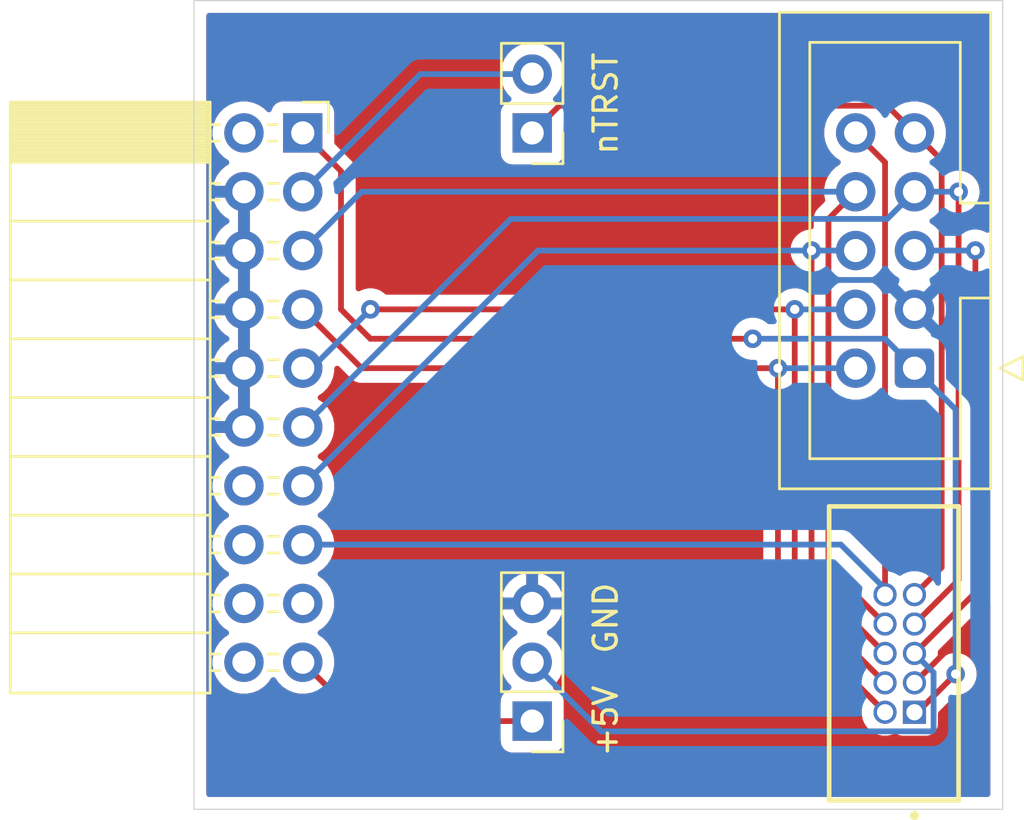
<source format=kicad_pcb>
(kicad_pcb (version 20171130) (host pcbnew "(5.1.9-0-10_14)")

  (general
    (thickness 1.6)
    (drawings 7)
    (tracks 77)
    (zones 0)
    (modules 5)
    (nets 19)
  )

  (page A4)
  (layers
    (0 F.Cu signal)
    (31 B.Cu signal)
    (32 B.Adhes user)
    (33 F.Adhes user)
    (34 B.Paste user)
    (35 F.Paste user)
    (36 B.SilkS user)
    (37 F.SilkS user)
    (38 B.Mask user)
    (39 F.Mask user)
    (40 Dwgs.User user)
    (41 Cmts.User user)
    (42 Eco1.User user)
    (43 Eco2.User user)
    (44 Edge.Cuts user)
    (45 Margin user)
    (46 B.CrtYd user)
    (47 F.CrtYd user)
    (48 B.Fab user)
    (49 F.Fab user)
  )

  (setup
    (last_trace_width 0.25)
    (user_trace_width 0.5)
    (trace_clearance 0.2)
    (zone_clearance 0.508)
    (zone_45_only no)
    (trace_min 0.2)
    (via_size 0.8)
    (via_drill 0.4)
    (via_min_size 0.4)
    (via_min_drill 0.3)
    (uvia_size 0.3)
    (uvia_drill 0.1)
    (uvias_allowed no)
    (uvia_min_size 0.2)
    (uvia_min_drill 0.1)
    (edge_width 0.05)
    (segment_width 0.2)
    (pcb_text_width 0.3)
    (pcb_text_size 1.5 1.5)
    (mod_edge_width 0.12)
    (mod_text_size 1 1)
    (mod_text_width 0.15)
    (pad_size 1.524 1.524)
    (pad_drill 0.762)
    (pad_to_mask_clearance 0)
    (aux_axis_origin 0 0)
    (visible_elements FFFFF77F)
    (pcbplotparams
      (layerselection 0x010fc_ffffffff)
      (usegerberextensions false)
      (usegerberattributes false)
      (usegerberadvancedattributes true)
      (creategerberjobfile true)
      (excludeedgelayer true)
      (linewidth 0.100000)
      (plotframeref false)
      (viasonmask false)
      (mode 1)
      (useauxorigin false)
      (hpglpennumber 1)
      (hpglpenspeed 20)
      (hpglpendiameter 15.000000)
      (psnegative false)
      (psa4output false)
      (plotreference true)
      (plotvalue true)
      (plotinvisibletext false)
      (padsonsilk false)
      (subtractmaskfromsilk false)
      (outputformat 1)
      (mirror false)
      (drillshape 0)
      (scaleselection 1)
      (outputdirectory "TLink"))
  )

  (net 0 "")
  (net 1 GND)
  (net 2 "Net-(J1-Pad15)")
  (net 3 "Net-(J1-Pad13)")
  (net 4 "Net-(J1-Pad11)")
  (net 5 "Net-(J1-Pad9)")
  (net 6 "Net-(J1-Pad7)")
  (net 7 "Net-(J1-Pad5)")
  (net 8 "Net-(J1-Pad3)")
  (net 9 "Net-(J1-Pad1)")
  (net 10 "Net-(J2-Pad9)")
  (net 11 "Net-(J2-Pad5)")
  (net 12 +5V)
  (net 13 "Net-(J1-Pad20)")
  (net 14 "Net-(J1-Pad18)")
  (net 15 "Net-(J1-Pad17)")
  (net 16 "Net-(J1-Pad16)")
  (net 17 "Net-(J1-Pad14)")
  (net 18 "Net-(J1-Pad2)")

  (net_class Default "This is the default net class."
    (clearance 0.2)
    (trace_width 0.25)
    (via_dia 0.8)
    (via_drill 0.4)
    (uvia_dia 0.3)
    (uvia_drill 0.1)
    (add_net +5V)
    (add_net GND)
    (add_net "Net-(J1-Pad1)")
    (add_net "Net-(J1-Pad11)")
    (add_net "Net-(J1-Pad13)")
    (add_net "Net-(J1-Pad14)")
    (add_net "Net-(J1-Pad15)")
    (add_net "Net-(J1-Pad16)")
    (add_net "Net-(J1-Pad17)")
    (add_net "Net-(J1-Pad18)")
    (add_net "Net-(J1-Pad2)")
    (add_net "Net-(J1-Pad20)")
    (add_net "Net-(J1-Pad3)")
    (add_net "Net-(J1-Pad5)")
    (add_net "Net-(J1-Pad7)")
    (add_net "Net-(J1-Pad9)")
    (add_net "Net-(J2-Pad5)")
    (add_net "Net-(J2-Pad9)")
  )

  (module SHF-105-01-L-D-TH:SHF-105-01-L-D-TH (layer F.Cu) (tedit 5FE68115) (tstamp 5FF77460)
    (at 88.9 70.739 90)
    (path /5F71F3C9)
    (fp_text reference J3 (at -1.905 -1.905 90) (layer F.SilkS) hide
      (effects (font (size 1 1) (thickness 0.015)))
    )
    (fp_text value Conn_02x05_Odd_Even (at 10.43 3.77 90) (layer F.Fab) hide
      (effects (font (size 1 1) (thickness 0.015)))
    )
    (fp_circle (center -4.46 0) (end -4.36 0) (layer F.Fab) (width 0.2))
    (fp_circle (center -4.46 0) (end -4.36 0) (layer F.SilkS) (width 0.2))
    (fp_line (start 9.14 2.155) (end -4.06 2.155) (layer F.CrtYd) (width 0.05))
    (fp_line (start 9.14 -3.935) (end 9.14 2.155) (layer F.CrtYd) (width 0.05))
    (fp_line (start -4.06 -3.935) (end 9.14 -3.935) (layer F.CrtYd) (width 0.05))
    (fp_line (start -4.06 2.155) (end -4.06 -3.935) (layer F.CrtYd) (width 0.05))
    (fp_line (start 8.89 1.905) (end -3.81 1.905) (layer F.SilkS) (width 0.2))
    (fp_line (start 8.89 -3.685) (end -3.81 -3.685) (layer F.SilkS) (width 0.2))
    (fp_line (start 8.89 -3.685) (end 8.89 1.905) (layer F.SilkS) (width 0.2))
    (fp_line (start -3.81 1.905) (end -3.81 -3.685) (layer F.SilkS) (width 0.2))
    (fp_line (start 8.89 -3.685) (end 8.89 1.905) (layer F.Fab) (width 0.1))
    (fp_line (start -3.81 -3.685) (end 8.89 -3.685) (layer F.Fab) (width 0.1))
    (fp_line (start -3.81 1.905) (end -3.81 -3.685) (layer F.Fab) (width 0.1))
    (fp_line (start 8.89 1.905) (end -3.81 1.905) (layer F.Fab) (width 0.1))
    (fp_line (start 8.89 -3.685) (end 8.89 1.905) (layer F.Fab) (width 0.1))
    (fp_line (start -3.81 -3.685) (end 8.89 -3.685) (layer F.Fab) (width 0.1))
    (fp_line (start -3.81 1.905) (end -3.81 -3.685) (layer F.Fab) (width 0.1))
    (pad 10 thru_hole circle (at 5.08 -1.27 90) (size 1 1) (drill 0.7) (layers *.Cu *.Mask)
      (net 2 "Net-(J1-Pad15)"))
    (pad 9 thru_hole circle (at 5.08 0 90) (size 1 1) (drill 0.7) (layers *.Cu *.Mask)
      (net 10 "Net-(J2-Pad9)"))
    (pad 8 thru_hole circle (at 3.81 -1.27 90) (size 1 1) (drill 0.7) (layers *.Cu *.Mask)
      (net 7 "Net-(J1-Pad5)"))
    (pad 7 thru_hole circle (at 3.81 0 90) (size 1 1) (drill 0.7) (layers *.Cu *.Mask)
      (net 4 "Net-(J1-Pad11)"))
    (pad 6 thru_hole circle (at 2.54 -1.27 90) (size 1 1) (drill 0.7) (layers *.Cu *.Mask)
      (net 3 "Net-(J1-Pad13)"))
    (pad 5 thru_hole circle (at 2.54 0 90) (size 1 1) (drill 0.7) (layers *.Cu *.Mask)
      (net 11 "Net-(J2-Pad5)"))
    (pad 4 thru_hole circle (at 1.27 -1.27 90) (size 1 1) (drill 0.7) (layers *.Cu *.Mask)
      (net 5 "Net-(J1-Pad9)"))
    (pad 3 thru_hole circle (at 1.27 0 90) (size 1 1) (drill 0.7) (layers *.Cu *.Mask)
      (net 1 GND))
    (pad 2 thru_hole circle (at 0 -1.27 90) (size 1 1) (drill 0.7) (layers *.Cu *.Mask)
      (net 6 "Net-(J1-Pad7)"))
    (pad 1 thru_hole rect (at 0 0 90) (size 1 1) (drill 0.7) (layers *.Cu *.Mask)
      (net 9 "Net-(J1-Pad1)"))
    (model ${KIPRJMOD}/SHF-105-01-L-D-TH.pretty/SHF-105-01-L-D-TH.step
      (offset (xyz 2.5 0.65 0))
      (scale (xyz 1 1 1))
      (rotate (xyz -90 0 0))
    )
  )

  (module Connector_PinSocket_2.54mm:PinSocket_2x10_P2.54mm_Horizontal (layer F.Cu) (tedit 5A19A430) (tstamp 5F703DED)
    (at 62.484 45.72)
    (descr "Through hole angled socket strip, 2x10, 2.54mm pitch, 8.51mm socket length, double cols (from Kicad 4.0.7), script generated")
    (tags "Through hole angled socket strip THT 2x10 2.54mm double row")
    (path /5F71B10B)
    (fp_text reference J1 (at -5.65 -2.77) (layer F.SilkS) hide
      (effects (font (size 1 1) (thickness 0.15)))
    )
    (fp_text value Conn_02x10_Odd_Even (at -5.65 25.63) (layer F.Fab) hide
      (effects (font (size 1 1) (thickness 0.15)))
    )
    (fp_line (start 1.8 24.65) (end 1.8 -1.75) (layer F.CrtYd) (width 0.05))
    (fp_line (start -13.05 24.65) (end 1.8 24.65) (layer F.CrtYd) (width 0.05))
    (fp_line (start -13.05 -1.75) (end -13.05 24.65) (layer F.CrtYd) (width 0.05))
    (fp_line (start 1.8 -1.75) (end -13.05 -1.75) (layer F.CrtYd) (width 0.05))
    (fp_line (start 0 -1.33) (end 1.11 -1.33) (layer F.SilkS) (width 0.12))
    (fp_line (start 1.11 -1.33) (end 1.11 0) (layer F.SilkS) (width 0.12))
    (fp_line (start -12.63 -1.33) (end -12.63 24.19) (layer F.SilkS) (width 0.12))
    (fp_line (start -12.63 24.19) (end -4 24.19) (layer F.SilkS) (width 0.12))
    (fp_line (start -4 -1.33) (end -4 24.19) (layer F.SilkS) (width 0.12))
    (fp_line (start -12.63 -1.33) (end -4 -1.33) (layer F.SilkS) (width 0.12))
    (fp_line (start -12.63 21.59) (end -4 21.59) (layer F.SilkS) (width 0.12))
    (fp_line (start -12.63 19.05) (end -4 19.05) (layer F.SilkS) (width 0.12))
    (fp_line (start -12.63 16.51) (end -4 16.51) (layer F.SilkS) (width 0.12))
    (fp_line (start -12.63 13.97) (end -4 13.97) (layer F.SilkS) (width 0.12))
    (fp_line (start -12.63 11.43) (end -4 11.43) (layer F.SilkS) (width 0.12))
    (fp_line (start -12.63 8.89) (end -4 8.89) (layer F.SilkS) (width 0.12))
    (fp_line (start -12.63 6.35) (end -4 6.35) (layer F.SilkS) (width 0.12))
    (fp_line (start -12.63 3.81) (end -4 3.81) (layer F.SilkS) (width 0.12))
    (fp_line (start -12.63 1.27) (end -4 1.27) (layer F.SilkS) (width 0.12))
    (fp_line (start -1.49 23.22) (end -1.05 23.22) (layer F.SilkS) (width 0.12))
    (fp_line (start -4 23.22) (end -3.59 23.22) (layer F.SilkS) (width 0.12))
    (fp_line (start -1.49 22.5) (end -1.05 22.5) (layer F.SilkS) (width 0.12))
    (fp_line (start -4 22.5) (end -3.59 22.5) (layer F.SilkS) (width 0.12))
    (fp_line (start -1.49 20.68) (end -1.05 20.68) (layer F.SilkS) (width 0.12))
    (fp_line (start -4 20.68) (end -3.59 20.68) (layer F.SilkS) (width 0.12))
    (fp_line (start -1.49 19.96) (end -1.05 19.96) (layer F.SilkS) (width 0.12))
    (fp_line (start -4 19.96) (end -3.59 19.96) (layer F.SilkS) (width 0.12))
    (fp_line (start -1.49 18.14) (end -1.05 18.14) (layer F.SilkS) (width 0.12))
    (fp_line (start -4 18.14) (end -3.59 18.14) (layer F.SilkS) (width 0.12))
    (fp_line (start -1.49 17.42) (end -1.05 17.42) (layer F.SilkS) (width 0.12))
    (fp_line (start -4 17.42) (end -3.59 17.42) (layer F.SilkS) (width 0.12))
    (fp_line (start -1.49 15.6) (end -1.05 15.6) (layer F.SilkS) (width 0.12))
    (fp_line (start -4 15.6) (end -3.59 15.6) (layer F.SilkS) (width 0.12))
    (fp_line (start -1.49 14.88) (end -1.05 14.88) (layer F.SilkS) (width 0.12))
    (fp_line (start -4 14.88) (end -3.59 14.88) (layer F.SilkS) (width 0.12))
    (fp_line (start -1.49 13.06) (end -1.05 13.06) (layer F.SilkS) (width 0.12))
    (fp_line (start -4 13.06) (end -3.59 13.06) (layer F.SilkS) (width 0.12))
    (fp_line (start -1.49 12.34) (end -1.05 12.34) (layer F.SilkS) (width 0.12))
    (fp_line (start -4 12.34) (end -3.59 12.34) (layer F.SilkS) (width 0.12))
    (fp_line (start -1.49 10.52) (end -1.05 10.52) (layer F.SilkS) (width 0.12))
    (fp_line (start -4 10.52) (end -3.59 10.52) (layer F.SilkS) (width 0.12))
    (fp_line (start -1.49 9.8) (end -1.05 9.8) (layer F.SilkS) (width 0.12))
    (fp_line (start -4 9.8) (end -3.59 9.8) (layer F.SilkS) (width 0.12))
    (fp_line (start -1.49 7.98) (end -1.05 7.98) (layer F.SilkS) (width 0.12))
    (fp_line (start -4 7.98) (end -3.59 7.98) (layer F.SilkS) (width 0.12))
    (fp_line (start -1.49 7.26) (end -1.05 7.26) (layer F.SilkS) (width 0.12))
    (fp_line (start -4 7.26) (end -3.59 7.26) (layer F.SilkS) (width 0.12))
    (fp_line (start -1.49 5.44) (end -1.05 5.44) (layer F.SilkS) (width 0.12))
    (fp_line (start -4 5.44) (end -3.59 5.44) (layer F.SilkS) (width 0.12))
    (fp_line (start -1.49 4.72) (end -1.05 4.72) (layer F.SilkS) (width 0.12))
    (fp_line (start -4 4.72) (end -3.59 4.72) (layer F.SilkS) (width 0.12))
    (fp_line (start -1.49 2.9) (end -1.05 2.9) (layer F.SilkS) (width 0.12))
    (fp_line (start -4 2.9) (end -3.59 2.9) (layer F.SilkS) (width 0.12))
    (fp_line (start -1.49 2.18) (end -1.05 2.18) (layer F.SilkS) (width 0.12))
    (fp_line (start -4 2.18) (end -3.59 2.18) (layer F.SilkS) (width 0.12))
    (fp_line (start -1.49 0.36) (end -1.11 0.36) (layer F.SilkS) (width 0.12))
    (fp_line (start -4 0.36) (end -3.59 0.36) (layer F.SilkS) (width 0.12))
    (fp_line (start -1.49 -0.36) (end -1.11 -0.36) (layer F.SilkS) (width 0.12))
    (fp_line (start -4 -0.36) (end -3.59 -0.36) (layer F.SilkS) (width 0.12))
    (fp_line (start -12.63 1.1519) (end -4 1.1519) (layer F.SilkS) (width 0.12))
    (fp_line (start -12.63 1.033805) (end -4 1.033805) (layer F.SilkS) (width 0.12))
    (fp_line (start -12.63 0.91571) (end -4 0.91571) (layer F.SilkS) (width 0.12))
    (fp_line (start -12.63 0.797615) (end -4 0.797615) (layer F.SilkS) (width 0.12))
    (fp_line (start -12.63 0.67952) (end -4 0.67952) (layer F.SilkS) (width 0.12))
    (fp_line (start -12.63 0.561425) (end -4 0.561425) (layer F.SilkS) (width 0.12))
    (fp_line (start -12.63 0.44333) (end -4 0.44333) (layer F.SilkS) (width 0.12))
    (fp_line (start -12.63 0.325235) (end -4 0.325235) (layer F.SilkS) (width 0.12))
    (fp_line (start -12.63 0.20714) (end -4 0.20714) (layer F.SilkS) (width 0.12))
    (fp_line (start -12.63 0.089045) (end -4 0.089045) (layer F.SilkS) (width 0.12))
    (fp_line (start -12.63 -0.02905) (end -4 -0.02905) (layer F.SilkS) (width 0.12))
    (fp_line (start -12.63 -0.147145) (end -4 -0.147145) (layer F.SilkS) (width 0.12))
    (fp_line (start -12.63 -0.26524) (end -4 -0.26524) (layer F.SilkS) (width 0.12))
    (fp_line (start -12.63 -0.383335) (end -4 -0.383335) (layer F.SilkS) (width 0.12))
    (fp_line (start -12.63 -0.50143) (end -4 -0.50143) (layer F.SilkS) (width 0.12))
    (fp_line (start -12.63 -0.619525) (end -4 -0.619525) (layer F.SilkS) (width 0.12))
    (fp_line (start -12.63 -0.73762) (end -4 -0.73762) (layer F.SilkS) (width 0.12))
    (fp_line (start -12.63 -0.855715) (end -4 -0.855715) (layer F.SilkS) (width 0.12))
    (fp_line (start -12.63 -0.97381) (end -4 -0.97381) (layer F.SilkS) (width 0.12))
    (fp_line (start -12.63 -1.091905) (end -4 -1.091905) (layer F.SilkS) (width 0.12))
    (fp_line (start -12.63 -1.21) (end -4 -1.21) (layer F.SilkS) (width 0.12))
    (fp_line (start 0 23.16) (end 0 22.56) (layer F.Fab) (width 0.1))
    (fp_line (start -4.06 23.16) (end 0 23.16) (layer F.Fab) (width 0.1))
    (fp_line (start 0 22.56) (end -4.06 22.56) (layer F.Fab) (width 0.1))
    (fp_line (start 0 20.62) (end 0 20.02) (layer F.Fab) (width 0.1))
    (fp_line (start -4.06 20.62) (end 0 20.62) (layer F.Fab) (width 0.1))
    (fp_line (start 0 20.02) (end -4.06 20.02) (layer F.Fab) (width 0.1))
    (fp_line (start 0 18.08) (end 0 17.48) (layer F.Fab) (width 0.1))
    (fp_line (start -4.06 18.08) (end 0 18.08) (layer F.Fab) (width 0.1))
    (fp_line (start 0 17.48) (end -4.06 17.48) (layer F.Fab) (width 0.1))
    (fp_line (start 0 15.54) (end 0 14.94) (layer F.Fab) (width 0.1))
    (fp_line (start -4.06 15.54) (end 0 15.54) (layer F.Fab) (width 0.1))
    (fp_line (start 0 14.94) (end -4.06 14.94) (layer F.Fab) (width 0.1))
    (fp_line (start 0 13) (end 0 12.4) (layer F.Fab) (width 0.1))
    (fp_line (start -4.06 13) (end 0 13) (layer F.Fab) (width 0.1))
    (fp_line (start 0 12.4) (end -4.06 12.4) (layer F.Fab) (width 0.1))
    (fp_line (start 0 10.46) (end 0 9.86) (layer F.Fab) (width 0.1))
    (fp_line (start -4.06 10.46) (end 0 10.46) (layer F.Fab) (width 0.1))
    (fp_line (start 0 9.86) (end -4.06 9.86) (layer F.Fab) (width 0.1))
    (fp_line (start 0 7.92) (end 0 7.32) (layer F.Fab) (width 0.1))
    (fp_line (start -4.06 7.92) (end 0 7.92) (layer F.Fab) (width 0.1))
    (fp_line (start 0 7.32) (end -4.06 7.32) (layer F.Fab) (width 0.1))
    (fp_line (start 0 5.38) (end 0 4.78) (layer F.Fab) (width 0.1))
    (fp_line (start -4.06 5.38) (end 0 5.38) (layer F.Fab) (width 0.1))
    (fp_line (start 0 4.78) (end -4.06 4.78) (layer F.Fab) (width 0.1))
    (fp_line (start 0 2.84) (end 0 2.24) (layer F.Fab) (width 0.1))
    (fp_line (start -4.06 2.84) (end 0 2.84) (layer F.Fab) (width 0.1))
    (fp_line (start 0 2.24) (end -4.06 2.24) (layer F.Fab) (width 0.1))
    (fp_line (start 0 0.3) (end 0 -0.3) (layer F.Fab) (width 0.1))
    (fp_line (start -4.06 0.3) (end 0 0.3) (layer F.Fab) (width 0.1))
    (fp_line (start 0 -0.3) (end -4.06 -0.3) (layer F.Fab) (width 0.1))
    (fp_line (start -12.57 24.13) (end -12.57 -1.27) (layer F.Fab) (width 0.1))
    (fp_line (start -4.06 24.13) (end -12.57 24.13) (layer F.Fab) (width 0.1))
    (fp_line (start -4.06 -0.3) (end -4.06 24.13) (layer F.Fab) (width 0.1))
    (fp_line (start -5.03 -1.27) (end -4.06 -0.3) (layer F.Fab) (width 0.1))
    (fp_line (start -12.57 -1.27) (end -5.03 -1.27) (layer F.Fab) (width 0.1))
    (fp_text user %R (at -8.315 11.43 90) (layer F.Fab) hide
      (effects (font (size 1 1) (thickness 0.15)))
    )
    (pad 20 thru_hole oval (at -2.54 22.86) (size 1.7 1.7) (drill 1) (layers *.Cu *.Mask)
      (net 13 "Net-(J1-Pad20)"))
    (pad 19 thru_hole oval (at 0 22.86) (size 1.7 1.7) (drill 1) (layers *.Cu *.Mask)
      (net 12 +5V))
    (pad 18 thru_hole oval (at -2.54 20.32) (size 1.7 1.7) (drill 1) (layers *.Cu *.Mask)
      (net 14 "Net-(J1-Pad18)"))
    (pad 17 thru_hole oval (at 0 20.32) (size 1.7 1.7) (drill 1) (layers *.Cu *.Mask)
      (net 15 "Net-(J1-Pad17)"))
    (pad 16 thru_hole oval (at -2.54 17.78) (size 1.7 1.7) (drill 1) (layers *.Cu *.Mask)
      (net 16 "Net-(J1-Pad16)"))
    (pad 15 thru_hole oval (at 0 17.78) (size 1.7 1.7) (drill 1) (layers *.Cu *.Mask)
      (net 2 "Net-(J1-Pad15)"))
    (pad 14 thru_hole oval (at -2.54 15.24) (size 1.7 1.7) (drill 1) (layers *.Cu *.Mask)
      (net 17 "Net-(J1-Pad14)"))
    (pad 13 thru_hole oval (at 0 15.24) (size 1.7 1.7) (drill 1) (layers *.Cu *.Mask)
      (net 3 "Net-(J1-Pad13)"))
    (pad 12 thru_hole oval (at -2.54 12.7) (size 1.7 1.7) (drill 1) (layers *.Cu *.Mask)
      (net 1 GND))
    (pad 11 thru_hole oval (at 0 12.7) (size 1.7 1.7) (drill 1) (layers *.Cu *.Mask)
      (net 4 "Net-(J1-Pad11)"))
    (pad 10 thru_hole oval (at -2.54 10.16) (size 1.7 1.7) (drill 1) (layers *.Cu *.Mask)
      (net 1 GND))
    (pad 9 thru_hole oval (at 0 10.16) (size 1.7 1.7) (drill 1) (layers *.Cu *.Mask)
      (net 5 "Net-(J1-Pad9)"))
    (pad 8 thru_hole oval (at -2.54 7.62) (size 1.7 1.7) (drill 1) (layers *.Cu *.Mask)
      (net 1 GND))
    (pad 7 thru_hole oval (at 0 7.62) (size 1.7 1.7) (drill 1) (layers *.Cu *.Mask)
      (net 6 "Net-(J1-Pad7)"))
    (pad 6 thru_hole oval (at -2.54 5.08) (size 1.7 1.7) (drill 1) (layers *.Cu *.Mask)
      (net 1 GND))
    (pad 5 thru_hole oval (at 0 5.08) (size 1.7 1.7) (drill 1) (layers *.Cu *.Mask)
      (net 7 "Net-(J1-Pad5)"))
    (pad 4 thru_hole oval (at -2.54 2.54) (size 1.7 1.7) (drill 1) (layers *.Cu *.Mask)
      (net 1 GND))
    (pad 3 thru_hole oval (at 0 2.54) (size 1.7 1.7) (drill 1) (layers *.Cu *.Mask)
      (net 8 "Net-(J1-Pad3)"))
    (pad 2 thru_hole oval (at -2.54 0) (size 1.7 1.7) (drill 1) (layers *.Cu *.Mask)
      (net 18 "Net-(J1-Pad2)"))
    (pad 1 thru_hole rect (at 0 0) (size 1.7 1.7) (drill 1) (layers *.Cu *.Mask)
      (net 9 "Net-(J1-Pad1)"))
    (model ${KISYS3DMOD}/Connector_PinSocket_2.54mm.3dshapes/PinSocket_2x10_P2.54mm_Horizontal.wrl
      (at (xyz 0 0 0))
      (scale (xyz 1 1 1))
      (rotate (xyz 0 0 0))
    )
  )

  (module Connector_PinHeader_2.54mm:PinHeader_1x03_P2.54mm_Vertical (layer F.Cu) (tedit 59FED5CC) (tstamp 5F7110A9)
    (at 72.39 71.12 180)
    (descr "Through hole straight pin header, 1x03, 2.54mm pitch, single row")
    (tags "Through hole pin header THT 1x03 2.54mm single row")
    (path /5F75F054)
    (fp_text reference J4 (at 0 -2.33) (layer F.SilkS) hide
      (effects (font (size 1 1) (thickness 0.15)))
    )
    (fp_text value Conn_01x03 (at 0 7.41) (layer F.Fab) hide
      (effects (font (size 1 1) (thickness 0.15)))
    )
    (fp_line (start 1.8 -1.8) (end -1.8 -1.8) (layer F.CrtYd) (width 0.05))
    (fp_line (start 1.8 6.85) (end 1.8 -1.8) (layer F.CrtYd) (width 0.05))
    (fp_line (start -1.8 6.85) (end 1.8 6.85) (layer F.CrtYd) (width 0.05))
    (fp_line (start -1.8 -1.8) (end -1.8 6.85) (layer F.CrtYd) (width 0.05))
    (fp_line (start -1.33 -1.33) (end 0 -1.33) (layer F.SilkS) (width 0.12))
    (fp_line (start -1.33 0) (end -1.33 -1.33) (layer F.SilkS) (width 0.12))
    (fp_line (start -1.33 1.27) (end 1.33 1.27) (layer F.SilkS) (width 0.12))
    (fp_line (start 1.33 1.27) (end 1.33 6.41) (layer F.SilkS) (width 0.12))
    (fp_line (start -1.33 1.27) (end -1.33 6.41) (layer F.SilkS) (width 0.12))
    (fp_line (start -1.33 6.41) (end 1.33 6.41) (layer F.SilkS) (width 0.12))
    (fp_line (start -1.27 -0.635) (end -0.635 -1.27) (layer F.Fab) (width 0.1))
    (fp_line (start -1.27 6.35) (end -1.27 -0.635) (layer F.Fab) (width 0.1))
    (fp_line (start 1.27 6.35) (end -1.27 6.35) (layer F.Fab) (width 0.1))
    (fp_line (start 1.27 -1.27) (end 1.27 6.35) (layer F.Fab) (width 0.1))
    (fp_line (start -0.635 -1.27) (end 1.27 -1.27) (layer F.Fab) (width 0.1))
    (pad 1 thru_hole rect (at 0 0 180) (size 1.7 1.7) (drill 1) (layers *.Cu *.Mask)
      (net 12 +5V))
    (pad 2 thru_hole oval (at 0 2.54 180) (size 1.7 1.7) (drill 1) (layers *.Cu *.Mask)
      (net 11 "Net-(J2-Pad5)"))
    (pad 3 thru_hole oval (at 0 5.08 180) (size 1.7 1.7) (drill 1) (layers *.Cu *.Mask)
      (net 1 GND))
    (model ${KISYS3DMOD}/Connector_PinHeader_2.54mm.3dshapes/PinHeader_1x03_P2.54mm_Vertical.wrl
      (at (xyz 0 0 0))
      (scale (xyz 1 1 1))
      (rotate (xyz 0 0 0))
    )
  )

  (module Connector_PinHeader_2.54mm:PinHeader_1x02_P2.54mm_Vertical (layer F.Cu) (tedit 59FED5CC) (tstamp 601EF013)
    (at 72.39 45.72 180)
    (descr "Through hole straight pin header, 1x02, 2.54mm pitch, single row")
    (tags "Through hole pin header THT 1x02 2.54mm single row")
    (path /5F721648)
    (fp_text reference J5 (at 0 -2.33) (layer F.SilkS) hide
      (effects (font (size 1 1) (thickness 0.15)))
    )
    (fp_text value Conn_01x02 (at 0 4.87) (layer F.Fab) hide
      (effects (font (size 1 1) (thickness 0.15)))
    )
    (fp_line (start 1.8 -1.8) (end -1.8 -1.8) (layer F.CrtYd) (width 0.05))
    (fp_line (start 1.8 4.35) (end 1.8 -1.8) (layer F.CrtYd) (width 0.05))
    (fp_line (start -1.8 4.35) (end 1.8 4.35) (layer F.CrtYd) (width 0.05))
    (fp_line (start -1.8 -1.8) (end -1.8 4.35) (layer F.CrtYd) (width 0.05))
    (fp_line (start -1.33 -1.33) (end 0 -1.33) (layer F.SilkS) (width 0.12))
    (fp_line (start -1.33 0) (end -1.33 -1.33) (layer F.SilkS) (width 0.12))
    (fp_line (start -1.33 1.27) (end 1.33 1.27) (layer F.SilkS) (width 0.12))
    (fp_line (start 1.33 1.27) (end 1.33 3.87) (layer F.SilkS) (width 0.12))
    (fp_line (start -1.33 1.27) (end -1.33 3.87) (layer F.SilkS) (width 0.12))
    (fp_line (start -1.33 3.87) (end 1.33 3.87) (layer F.SilkS) (width 0.12))
    (fp_line (start -1.27 -0.635) (end -0.635 -1.27) (layer F.Fab) (width 0.1))
    (fp_line (start -1.27 3.81) (end -1.27 -0.635) (layer F.Fab) (width 0.1))
    (fp_line (start 1.27 3.81) (end -1.27 3.81) (layer F.Fab) (width 0.1))
    (fp_line (start 1.27 -1.27) (end 1.27 3.81) (layer F.Fab) (width 0.1))
    (fp_line (start -0.635 -1.27) (end 1.27 -1.27) (layer F.Fab) (width 0.1))
    (pad 1 thru_hole rect (at 0 0 180) (size 1.7 1.7) (drill 1) (layers *.Cu *.Mask)
      (net 10 "Net-(J2-Pad9)"))
    (pad 2 thru_hole oval (at 0 2.54 180) (size 1.7 1.7) (drill 1) (layers *.Cu *.Mask)
      (net 8 "Net-(J1-Pad3)"))
    (model ${KISYS3DMOD}/Connector_PinHeader_2.54mm.3dshapes/PinHeader_1x02_P2.54mm_Vertical.wrl
      (at (xyz 0 0 0))
      (scale (xyz 1 1 1))
      (rotate (xyz 0 0 0))
    )
  )

  (module Connector_IDC:IDC-Header_2x05_P2.54mm_Vertical (layer F.Cu) (tedit 5EAC9A07) (tstamp 5FE6CAEF)
    (at 88.9 55.88 180)
    (descr "Through hole IDC box header, 2x05, 2.54mm pitch, DIN 41651 / IEC 60603-13, double rows, https://docs.google.com/spreadsheets/d/16SsEcesNF15N3Lb4niX7dcUr-NY5_MFPQhobNuNppn4/edit#gid=0")
    (tags "Through hole vertical IDC box header THT 2x05 2.54mm double row")
    (path /5F71D938)
    (fp_text reference J2 (at 1.27 -6.1) (layer F.SilkS) hide
      (effects (font (size 1 1) (thickness 0.15)))
    )
    (fp_text value Conn_02x05_Odd_Even (at 1.27 16.26) (layer F.Fab) hide
      (effects (font (size 1 1) (thickness 0.15)))
    )
    (fp_line (start -3.18 -4.1) (end -2.18 -5.1) (layer F.Fab) (width 0.1))
    (fp_line (start -2.18 -5.1) (end 5.72 -5.1) (layer F.Fab) (width 0.1))
    (fp_line (start 5.72 -5.1) (end 5.72 15.26) (layer F.Fab) (width 0.1))
    (fp_line (start 5.72 15.26) (end -3.18 15.26) (layer F.Fab) (width 0.1))
    (fp_line (start -3.18 15.26) (end -3.18 -4.1) (layer F.Fab) (width 0.1))
    (fp_line (start -3.18 3.03) (end -1.98 3.03) (layer F.Fab) (width 0.1))
    (fp_line (start -1.98 3.03) (end -1.98 -3.91) (layer F.Fab) (width 0.1))
    (fp_line (start -1.98 -3.91) (end 4.52 -3.91) (layer F.Fab) (width 0.1))
    (fp_line (start 4.52 -3.91) (end 4.52 14.07) (layer F.Fab) (width 0.1))
    (fp_line (start 4.52 14.07) (end -1.98 14.07) (layer F.Fab) (width 0.1))
    (fp_line (start -1.98 14.07) (end -1.98 7.13) (layer F.Fab) (width 0.1))
    (fp_line (start -1.98 7.13) (end -1.98 7.13) (layer F.Fab) (width 0.1))
    (fp_line (start -1.98 7.13) (end -3.18 7.13) (layer F.Fab) (width 0.1))
    (fp_line (start -3.29 -5.21) (end 5.83 -5.21) (layer F.SilkS) (width 0.12))
    (fp_line (start 5.83 -5.21) (end 5.83 15.37) (layer F.SilkS) (width 0.12))
    (fp_line (start 5.83 15.37) (end -3.29 15.37) (layer F.SilkS) (width 0.12))
    (fp_line (start -3.29 15.37) (end -3.29 -5.21) (layer F.SilkS) (width 0.12))
    (fp_line (start -3.29 3.03) (end -1.98 3.03) (layer F.SilkS) (width 0.12))
    (fp_line (start -1.98 3.03) (end -1.98 -3.91) (layer F.SilkS) (width 0.12))
    (fp_line (start -1.98 -3.91) (end 4.52 -3.91) (layer F.SilkS) (width 0.12))
    (fp_line (start 4.52 -3.91) (end 4.52 14.07) (layer F.SilkS) (width 0.12))
    (fp_line (start 4.52 14.07) (end -1.98 14.07) (layer F.SilkS) (width 0.12))
    (fp_line (start -1.98 14.07) (end -1.98 7.13) (layer F.SilkS) (width 0.12))
    (fp_line (start -1.98 7.13) (end -1.98 7.13) (layer F.SilkS) (width 0.12))
    (fp_line (start -1.98 7.13) (end -3.29 7.13) (layer F.SilkS) (width 0.12))
    (fp_line (start -3.68 0) (end -4.68 -0.5) (layer F.SilkS) (width 0.12))
    (fp_line (start -4.68 -0.5) (end -4.68 0.5) (layer F.SilkS) (width 0.12))
    (fp_line (start -4.68 0.5) (end -3.68 0) (layer F.SilkS) (width 0.12))
    (fp_line (start -3.68 -5.6) (end -3.68 15.76) (layer F.CrtYd) (width 0.05))
    (fp_line (start -3.68 15.76) (end 6.22 15.76) (layer F.CrtYd) (width 0.05))
    (fp_line (start 6.22 15.76) (end 6.22 -5.6) (layer F.CrtYd) (width 0.05))
    (fp_line (start 6.22 -5.6) (end -3.68 -5.6) (layer F.CrtYd) (width 0.05))
    (pad 10 thru_hole circle (at 2.54 10.16 180) (size 1.7 1.7) (drill 1) (layers *.Cu *.Mask)
      (net 2 "Net-(J1-Pad15)"))
    (pad 8 thru_hole circle (at 2.54 7.62 180) (size 1.7 1.7) (drill 1) (layers *.Cu *.Mask)
      (net 7 "Net-(J1-Pad5)"))
    (pad 6 thru_hole circle (at 2.54 5.08 180) (size 1.7 1.7) (drill 1) (layers *.Cu *.Mask)
      (net 3 "Net-(J1-Pad13)"))
    (pad 4 thru_hole circle (at 2.54 2.54 180) (size 1.7 1.7) (drill 1) (layers *.Cu *.Mask)
      (net 5 "Net-(J1-Pad9)"))
    (pad 2 thru_hole circle (at 2.54 0 180) (size 1.7 1.7) (drill 1) (layers *.Cu *.Mask)
      (net 6 "Net-(J1-Pad7)"))
    (pad 9 thru_hole circle (at 0 10.16 180) (size 1.7 1.7) (drill 1) (layers *.Cu *.Mask)
      (net 10 "Net-(J2-Pad9)"))
    (pad 7 thru_hole circle (at 0 7.62 180) (size 1.7 1.7) (drill 1) (layers *.Cu *.Mask)
      (net 4 "Net-(J1-Pad11)"))
    (pad 5 thru_hole circle (at 0 5.08 180) (size 1.7 1.7) (drill 1) (layers *.Cu *.Mask)
      (net 11 "Net-(J2-Pad5)"))
    (pad 3 thru_hole circle (at 0 2.54 180) (size 1.7 1.7) (drill 1) (layers *.Cu *.Mask)
      (net 1 GND))
    (pad 1 thru_hole roundrect (at 0 0 180) (size 1.7 1.7) (drill 1) (layers *.Cu *.Mask) (roundrect_rratio 0.1470588235294118)
      (net 9 "Net-(J1-Pad1)"))
    (model ${KISYS3DMOD}/Connector_IDC.3dshapes/IDC-Header_2x05_P2.54mm_Vertical.wrl
      (at (xyz 0 0 0))
      (scale (xyz 1 1 1))
      (rotate (xyz 0 0 0))
    )
  )

  (gr_text GND (at 75.565 66.675 90) (layer F.SilkS) (tstamp 601EEEA4)
    (effects (font (size 1 1) (thickness 0.15)))
  )
  (gr_line (start 92.71 74.93) (end 92.71 40.005) (layer Edge.Cuts) (width 0.05) (tstamp 5FE6D056))
  (gr_line (start 57.785 74.93) (end 92.71 74.93) (layer Edge.Cuts) (width 0.05))
  (gr_line (start 57.785 40.005) (end 57.785 74.93) (layer Edge.Cuts) (width 0.05))
  (gr_line (start 92.71 40.005) (end 57.785 40.005) (layer Edge.Cuts) (width 0.05))
  (gr_text nTRST (at 75.565 44.45 90) (layer F.SilkS) (tstamp 5FE6D14D)
    (effects (font (size 1 1) (thickness 0.15)))
  )
  (gr_text +5V (at 75.565 71.12 90) (layer F.SilkS)
    (effects (font (size 1 1) (thickness 0.15)))
  )

  (segment (start 88.9 53.34) (end 87.63 52.07) (width 0.25) (layer B.Cu) (net 1))
  (segment (start 87.63 52.07) (end 84.455 52.07) (width 0.25) (layer B.Cu) (net 1))
  (segment (start 88.9 69.469) (end 90.551 67.818) (width 0.25) (layer F.Cu) (net 1))
  (segment (start 85.725 63.5) (end 87.63 65.405) (width 0.25) (layer B.Cu) (net 2))
  (segment (start 62.484 63.5) (end 85.725 63.5) (width 0.25) (layer B.Cu) (net 2))
  (segment (start 87.63 65.659) (end 87.63 46.99) (width 0.25) (layer F.Cu) (net 2))
  (segment (start 87.63 46.99) (end 86.36 45.72) (width 0.25) (layer F.Cu) (net 2))
  (via (at 84.455 50.8) (size 0.8) (drill 0.4) (layers F.Cu B.Cu) (net 3))
  (segment (start 84.455 50.8) (end 86.36 50.8) (width 0.25) (layer B.Cu) (net 3))
  (segment (start 72.644 50.8) (end 62.484 60.96) (width 0.25) (layer B.Cu) (net 3))
  (segment (start 84.455 50.8) (end 72.644 50.8) (width 0.25) (layer B.Cu) (net 3))
  (segment (start 84.455 65.024) (end 84.455 50.8) (width 0.25) (layer F.Cu) (net 3))
  (segment (start 87.63 68.199) (end 84.455 65.024) (width 0.25) (layer F.Cu) (net 3))
  (via (at 90.805 48.26) (size 0.8) (drill 0.4) (layers F.Cu B.Cu) (net 4))
  (segment (start 90.805 48.26) (end 88.9 48.26) (width 0.25) (layer B.Cu) (net 4))
  (segment (start 71.468999 49.435001) (end 62.484 58.42) (width 0.25) (layer B.Cu) (net 4))
  (segment (start 87.724999 49.435001) (end 71.468999 49.435001) (width 0.25) (layer B.Cu) (net 4))
  (segment (start 88.9 48.26) (end 87.724999 49.435001) (width 0.25) (layer B.Cu) (net 4))
  (segment (start 90.805 65.024) (end 90.805 48.26) (width 0.25) (layer F.Cu) (net 4))
  (segment (start 88.9 66.929) (end 90.805 65.024) (width 0.25) (layer F.Cu) (net 4))
  (via (at 83.73 53.34) (size 0.8) (drill 0.4) (layers F.Cu B.Cu) (net 5))
  (segment (start 83.73 53.34) (end 86.36 53.34) (width 0.25) (layer B.Cu) (net 5))
  (segment (start 62.484 55.626) (end 62.484 55.88) (width 0.25) (layer B.Cu) (net 5))
  (via (at 65.405 53.34) (size 0.8) (drill 0.4) (layers F.Cu B.Cu) (net 5))
  (segment (start 65.405 53.34) (end 83.73 53.34) (width 0.25) (layer F.Cu) (net 5))
  (segment (start 62.865 55.88) (end 62.484 55.88) (width 0.25) (layer B.Cu) (net 5))
  (segment (start 65.405 53.34) (end 62.865 55.88) (width 0.25) (layer B.Cu) (net 5))
  (segment (start 83.73 65.569) (end 83.73 53.34) (width 0.25) (layer F.Cu) (net 5))
  (segment (start 87.63 69.469) (end 83.73 65.569) (width 0.25) (layer F.Cu) (net 5))
  (segment (start 61.722 53.467) (end 61.722 53.34) (width 0.25) (layer B.Cu) (net 6))
  (segment (start 62.865 53.34) (end 62.484 53.34) (width 0.25) (layer B.Cu) (net 6))
  (via (at 83.005 55.88) (size 0.8) (drill 0.4) (layers F.Cu B.Cu) (net 6))
  (segment (start 83.005 55.88) (end 86.36 55.88) (width 0.25) (layer B.Cu) (net 6))
  (segment (start 65.024 55.88) (end 62.484 53.34) (width 0.25) (layer F.Cu) (net 6))
  (segment (start 83.005 55.88) (end 65.024 55.88) (width 0.25) (layer F.Cu) (net 6))
  (segment (start 83.005 66.114) (end 83.005 55.88) (width 0.25) (layer F.Cu) (net 6))
  (segment (start 87.63 70.739) (end 83.005 66.114) (width 0.25) (layer F.Cu) (net 6))
  (segment (start 65.024 48.26) (end 62.484 50.8) (width 0.25) (layer B.Cu) (net 7))
  (segment (start 86.36 48.26) (end 65.024 48.26) (width 0.25) (layer B.Cu) (net 7))
  (segment (start 85.184999 64.483999) (end 85.184999 49.435001) (width 0.25) (layer F.Cu) (net 7))
  (segment (start 87.63 66.929) (end 85.184999 64.483999) (width 0.25) (layer F.Cu) (net 7))
  (segment (start 85.184999 49.435001) (end 86.36 48.26) (width 0.25) (layer F.Cu) (net 7))
  (segment (start 72.39 43.18) (end 67.564 43.18) (width 0.25) (layer B.Cu) (net 8))
  (segment (start 67.564 43.18) (end 62.484 48.26) (width 0.25) (layer B.Cu) (net 8))
  (via (at 81.915 54.61) (size 0.8) (drill 0.4) (layers F.Cu B.Cu) (net 9))
  (segment (start 88.9 55.88) (end 87.63 54.61) (width 0.25) (layer B.Cu) (net 9))
  (segment (start 62.484 45.72) (end 64.135 47.371) (width 0.25) (layer F.Cu) (net 9))
  (segment (start 64.135 47.371) (end 64.135 53.34) (width 0.25) (layer F.Cu) (net 9))
  (segment (start 64.135 53.34) (end 65.405 54.61) (width 0.25) (layer F.Cu) (net 9))
  (segment (start 81.915 54.61) (end 87.63 54.61) (width 0.25) (layer B.Cu) (net 9))
  (segment (start 81.915 54.61) (end 65.405 54.61) (width 0.25) (layer F.Cu) (net 9))
  (segment (start 88.9 70.485) (end 89.180001 70.485) (width 0.25) (layer F.Cu) (net 9))
  (segment (start 88.9 70.739) (end 88.926 70.739) (width 0.25) (layer F.Cu) (net 9))
  (via (at 90.678 69.088) (size 0.8) (drill 0.4) (layers F.Cu B.Cu) (net 9))
  (segment (start 90.678 68.961) (end 90.678 68.834) (width 0.25) (layer F.Cu) (net 9))
  (segment (start 89.027 70.739) (end 90.678 69.088) (width 0.25) (layer F.Cu) (net 9))
  (segment (start 88.9 70.739) (end 89.027 70.739) (width 0.25) (layer F.Cu) (net 9))
  (segment (start 90.678 57.658) (end 90.678 69.088) (width 0.25) (layer B.Cu) (net 9))
  (segment (start 88.9 55.88) (end 90.678 57.658) (width 0.25) (layer B.Cu) (net 9))
  (segment (start 90.075001 64.483999) (end 90.075001 46.895001) (width 0.25) (layer F.Cu) (net 10))
  (segment (start 88.9 65.659) (end 90.075001 64.483999) (width 0.25) (layer F.Cu) (net 10))
  (segment (start 90.075001 46.895001) (end 88.9 45.72) (width 0.25) (layer F.Cu) (net 10))
  (segment (start 87.724999 44.544999) (end 73.565001 44.544999) (width 0.25) (layer F.Cu) (net 10))
  (segment (start 88.9 45.72) (end 87.724999 44.544999) (width 0.25) (layer F.Cu) (net 10))
  (segment (start 73.565001 44.544999) (end 72.39 45.72) (width 0.25) (layer F.Cu) (net 10))
  (segment (start 88.9 50.8) (end 88.265 50.8) (width 0.25) (layer B.Cu) (net 11))
  (via (at 91.53 50.8) (size 0.8) (drill 0.4) (layers F.Cu B.Cu) (net 11))
  (segment (start 91.53 50.8) (end 88.9 50.8) (width 0.25) (layer B.Cu) (net 11))
  (segment (start 88.9 68.199) (end 91.53 65.569) (width 0.25) (layer F.Cu) (net 11))
  (segment (start 91.53 65.569) (end 91.53 50.8) (width 0.25) (layer F.Cu) (net 11))
  (segment (start 89.725001 71.499001) (end 89.660001 71.564001) (width 0.25) (layer B.Cu) (net 11))
  (segment (start 89.725001 69.024001) (end 89.725001 71.499001) (width 0.25) (layer B.Cu) (net 11))
  (segment (start 89.660001 71.564001) (end 75.374001 71.564001) (width 0.25) (layer B.Cu) (net 11))
  (segment (start 88.9 68.199) (end 89.725001 69.024001) (width 0.25) (layer B.Cu) (net 11))
  (segment (start 75.374001 71.564001) (end 72.39 68.58) (width 0.25) (layer B.Cu) (net 11))
  (segment (start 72.39 71.12) (end 65.024 71.12) (width 0.25) (layer F.Cu) (net 12))
  (segment (start 65.024 71.12) (end 62.484 68.58) (width 0.25) (layer F.Cu) (net 12))

  (zone (net 1) (net_name GND) (layer B.Cu) (tstamp 5FF7B82E) (hatch edge 0.508)
    (connect_pads (clearance 0.508))
    (min_thickness 0.254)
    (fill yes (arc_segments 32) (thermal_gap 0.508) (thermal_bridge_width 0.508))
    (polygon
      (pts
        (xy 92.71 74.93) (xy 57.785 74.93) (xy 57.785 40.005) (xy 92.71 40.005)
      )
    )
    (filled_polygon
      (pts
        (xy 92.050001 49.90267) (xy 92.020256 49.882795) (xy 91.831898 49.804774) (xy 91.631939 49.765) (xy 91.428061 49.765)
        (xy 91.228102 49.804774) (xy 91.039744 49.882795) (xy 90.870226 49.996063) (xy 90.826289 50.04) (xy 90.178178 50.04)
        (xy 90.053475 49.853368) (xy 89.846632 49.646525) (xy 89.67224 49.53) (xy 89.846632 49.413475) (xy 90.053475 49.206632)
        (xy 90.147711 49.065598) (xy 90.314744 49.177205) (xy 90.503102 49.255226) (xy 90.703061 49.295) (xy 90.906939 49.295)
        (xy 91.106898 49.255226) (xy 91.295256 49.177205) (xy 91.464774 49.063937) (xy 91.608937 48.919774) (xy 91.722205 48.750256)
        (xy 91.800226 48.561898) (xy 91.84 48.361939) (xy 91.84 48.158061) (xy 91.800226 47.958102) (xy 91.722205 47.769744)
        (xy 91.608937 47.600226) (xy 91.464774 47.456063) (xy 91.295256 47.342795) (xy 91.106898 47.264774) (xy 90.906939 47.225)
        (xy 90.703061 47.225) (xy 90.503102 47.264774) (xy 90.314744 47.342795) (xy 90.147711 47.454402) (xy 90.053475 47.313368)
        (xy 89.846632 47.106525) (xy 89.67224 46.99) (xy 89.846632 46.873475) (xy 90.053475 46.666632) (xy 90.21599 46.423411)
        (xy 90.327932 46.153158) (xy 90.385 45.86626) (xy 90.385 45.57374) (xy 90.327932 45.286842) (xy 90.21599 45.016589)
        (xy 90.053475 44.773368) (xy 89.846632 44.566525) (xy 89.603411 44.40401) (xy 89.333158 44.292068) (xy 89.04626 44.235)
        (xy 88.75374 44.235) (xy 88.466842 44.292068) (xy 88.196589 44.40401) (xy 87.953368 44.566525) (xy 87.746525 44.773368)
        (xy 87.63 44.94776) (xy 87.513475 44.773368) (xy 87.306632 44.566525) (xy 87.063411 44.40401) (xy 86.793158 44.292068)
        (xy 86.50626 44.235) (xy 86.21374 44.235) (xy 85.926842 44.292068) (xy 85.656589 44.40401) (xy 85.413368 44.566525)
        (xy 85.206525 44.773368) (xy 85.04401 45.016589) (xy 84.932068 45.286842) (xy 84.875 45.57374) (xy 84.875 45.86626)
        (xy 84.932068 46.153158) (xy 85.04401 46.423411) (xy 85.206525 46.666632) (xy 85.413368 46.873475) (xy 85.58776 46.99)
        (xy 85.413368 47.106525) (xy 85.206525 47.313368) (xy 85.081822 47.5) (xy 65.061322 47.5) (xy 65.023999 47.496324)
        (xy 64.986676 47.5) (xy 64.986667 47.5) (xy 64.875014 47.510997) (xy 64.731753 47.554454) (xy 64.599724 47.625026)
        (xy 64.599722 47.625027) (xy 64.599723 47.625027) (xy 64.512996 47.696201) (xy 64.512992 47.696205) (xy 64.483999 47.719999)
        (xy 64.460205 47.748992) (xy 63.969 48.240197) (xy 63.969 48.11374) (xy 63.925209 47.893592) (xy 67.878802 43.94)
        (xy 71.111822 43.94) (xy 71.236525 44.126632) (xy 71.36838 44.258487) (xy 71.29582 44.280498) (xy 71.185506 44.339463)
        (xy 71.088815 44.418815) (xy 71.009463 44.515506) (xy 70.950498 44.62582) (xy 70.914188 44.745518) (xy 70.901928 44.87)
        (xy 70.901928 46.57) (xy 70.914188 46.694482) (xy 70.950498 46.81418) (xy 71.009463 46.924494) (xy 71.088815 47.021185)
        (xy 71.185506 47.100537) (xy 71.29582 47.159502) (xy 71.415518 47.195812) (xy 71.54 47.208072) (xy 73.24 47.208072)
        (xy 73.364482 47.195812) (xy 73.48418 47.159502) (xy 73.594494 47.100537) (xy 73.691185 47.021185) (xy 73.770537 46.924494)
        (xy 73.829502 46.81418) (xy 73.865812 46.694482) (xy 73.878072 46.57) (xy 73.878072 44.87) (xy 73.865812 44.745518)
        (xy 73.829502 44.62582) (xy 73.770537 44.515506) (xy 73.691185 44.418815) (xy 73.594494 44.339463) (xy 73.48418 44.280498)
        (xy 73.41162 44.258487) (xy 73.543475 44.126632) (xy 73.70599 43.883411) (xy 73.817932 43.613158) (xy 73.875 43.32626)
        (xy 73.875 43.03374) (xy 73.817932 42.746842) (xy 73.70599 42.476589) (xy 73.543475 42.233368) (xy 73.336632 42.026525)
        (xy 73.093411 41.86401) (xy 72.823158 41.752068) (xy 72.53626 41.695) (xy 72.24374 41.695) (xy 71.956842 41.752068)
        (xy 71.686589 41.86401) (xy 71.443368 42.026525) (xy 71.236525 42.233368) (xy 71.111822 42.42) (xy 67.601323 42.42)
        (xy 67.564 42.416324) (xy 67.526677 42.42) (xy 67.526667 42.42) (xy 67.415014 42.430997) (xy 67.271753 42.474454)
        (xy 67.139723 42.545026) (xy 67.056083 42.613668) (xy 67.023999 42.639999) (xy 67.000201 42.668997) (xy 63.972072 45.697127)
        (xy 63.972072 44.87) (xy 63.959812 44.745518) (xy 63.923502 44.62582) (xy 63.864537 44.515506) (xy 63.785185 44.418815)
        (xy 63.688494 44.339463) (xy 63.57818 44.280498) (xy 63.458482 44.244188) (xy 63.334 44.231928) (xy 61.634 44.231928)
        (xy 61.509518 44.244188) (xy 61.38982 44.280498) (xy 61.279506 44.339463) (xy 61.182815 44.418815) (xy 61.103463 44.515506)
        (xy 61.044498 44.62582) (xy 61.022487 44.69838) (xy 60.890632 44.566525) (xy 60.647411 44.40401) (xy 60.377158 44.292068)
        (xy 60.09026 44.235) (xy 59.79774 44.235) (xy 59.510842 44.292068) (xy 59.240589 44.40401) (xy 58.997368 44.566525)
        (xy 58.790525 44.773368) (xy 58.62801 45.016589) (xy 58.516068 45.286842) (xy 58.459 45.57374) (xy 58.459 45.86626)
        (xy 58.516068 46.153158) (xy 58.62801 46.423411) (xy 58.790525 46.666632) (xy 58.997368 46.873475) (xy 59.179534 46.995195)
        (xy 59.062645 47.064822) (xy 58.846412 47.259731) (xy 58.672359 47.49308) (xy 58.547175 47.755901) (xy 58.502524 47.90311)
        (xy 58.623845 48.133) (xy 59.817 48.133) (xy 59.817 48.113) (xy 60.071 48.113) (xy 60.071 48.133)
        (xy 60.091 48.133) (xy 60.091 48.387) (xy 60.071 48.387) (xy 60.071 50.673) (xy 60.091 50.673)
        (xy 60.091 50.927) (xy 60.071 50.927) (xy 60.071 53.213) (xy 60.091 53.213) (xy 60.091 53.467)
        (xy 60.071 53.467) (xy 60.071 55.753) (xy 60.091 55.753) (xy 60.091 56.007) (xy 60.071 56.007)
        (xy 60.071 58.293) (xy 60.091 58.293) (xy 60.091 58.547) (xy 60.071 58.547) (xy 60.071 58.567)
        (xy 59.817 58.567) (xy 59.817 58.547) (xy 58.623845 58.547) (xy 58.502524 58.77689) (xy 58.547175 58.924099)
        (xy 58.672359 59.18692) (xy 58.846412 59.420269) (xy 59.062645 59.615178) (xy 59.179534 59.684805) (xy 58.997368 59.806525)
        (xy 58.790525 60.013368) (xy 58.62801 60.256589) (xy 58.516068 60.526842) (xy 58.459 60.81374) (xy 58.459 61.10626)
        (xy 58.516068 61.393158) (xy 58.62801 61.663411) (xy 58.790525 61.906632) (xy 58.997368 62.113475) (xy 59.17176 62.23)
        (xy 58.997368 62.346525) (xy 58.790525 62.553368) (xy 58.62801 62.796589) (xy 58.516068 63.066842) (xy 58.459 63.35374)
        (xy 58.459 63.64626) (xy 58.516068 63.933158) (xy 58.62801 64.203411) (xy 58.790525 64.446632) (xy 58.997368 64.653475)
        (xy 59.17176 64.77) (xy 58.997368 64.886525) (xy 58.790525 65.093368) (xy 58.62801 65.336589) (xy 58.516068 65.606842)
        (xy 58.459 65.89374) (xy 58.459 66.18626) (xy 58.516068 66.473158) (xy 58.62801 66.743411) (xy 58.790525 66.986632)
        (xy 58.997368 67.193475) (xy 59.17176 67.31) (xy 58.997368 67.426525) (xy 58.790525 67.633368) (xy 58.62801 67.876589)
        (xy 58.516068 68.146842) (xy 58.459 68.43374) (xy 58.459 68.72626) (xy 58.516068 69.013158) (xy 58.62801 69.283411)
        (xy 58.790525 69.526632) (xy 58.997368 69.733475) (xy 59.240589 69.89599) (xy 59.510842 70.007932) (xy 59.79774 70.065)
        (xy 60.09026 70.065) (xy 60.377158 70.007932) (xy 60.647411 69.89599) (xy 60.890632 69.733475) (xy 61.097475 69.526632)
        (xy 61.214 69.35224) (xy 61.330525 69.526632) (xy 61.537368 69.733475) (xy 61.780589 69.89599) (xy 62.050842 70.007932)
        (xy 62.33774 70.065) (xy 62.63026 70.065) (xy 62.917158 70.007932) (xy 63.187411 69.89599) (xy 63.430632 69.733475)
        (xy 63.637475 69.526632) (xy 63.79999 69.283411) (xy 63.911932 69.013158) (xy 63.969 68.72626) (xy 63.969 68.43374)
        (xy 63.911932 68.146842) (xy 63.79999 67.876589) (xy 63.637475 67.633368) (xy 63.430632 67.426525) (xy 63.25624 67.31)
        (xy 63.430632 67.193475) (xy 63.637475 66.986632) (xy 63.79999 66.743411) (xy 63.911932 66.473158) (xy 63.969 66.18626)
        (xy 63.969 65.89374) (xy 63.927103 65.68311) (xy 70.948524 65.68311) (xy 71.069845 65.913) (xy 72.263 65.913)
        (xy 72.263 64.719186) (xy 72.517 64.719186) (xy 72.517 65.913) (xy 73.710155 65.913) (xy 73.831476 65.68311)
        (xy 73.786825 65.535901) (xy 73.661641 65.27308) (xy 73.487588 65.039731) (xy 73.271355 64.844822) (xy 73.021252 64.695843)
        (xy 72.746891 64.598519) (xy 72.517 64.719186) (xy 72.263 64.719186) (xy 72.033109 64.598519) (xy 71.758748 64.695843)
        (xy 71.508645 64.844822) (xy 71.292412 65.039731) (xy 71.118359 65.27308) (xy 70.993175 65.535901) (xy 70.948524 65.68311)
        (xy 63.927103 65.68311) (xy 63.911932 65.606842) (xy 63.79999 65.336589) (xy 63.637475 65.093368) (xy 63.430632 64.886525)
        (xy 63.25624 64.77) (xy 63.430632 64.653475) (xy 63.637475 64.446632) (xy 63.762178 64.26) (xy 85.410199 64.26)
        (xy 86.528582 65.378384) (xy 86.495 65.547212) (xy 86.495 65.770788) (xy 86.538617 65.990067) (xy 86.624176 66.196624)
        (xy 86.689241 66.294) (xy 86.624176 66.391376) (xy 86.538617 66.597933) (xy 86.495 66.817212) (xy 86.495 67.040788)
        (xy 86.538617 67.260067) (xy 86.624176 67.466624) (xy 86.689241 67.564) (xy 86.624176 67.661376) (xy 86.538617 67.867933)
        (xy 86.495 68.087212) (xy 86.495 68.310788) (xy 86.538617 68.530067) (xy 86.624176 68.736624) (xy 86.689241 68.834)
        (xy 86.624176 68.931376) (xy 86.538617 69.137933) (xy 86.495 69.357212) (xy 86.495 69.580788) (xy 86.538617 69.800067)
        (xy 86.624176 70.006624) (xy 86.689241 70.104) (xy 86.624176 70.201376) (xy 86.538617 70.407933) (xy 86.495 70.627212)
        (xy 86.495 70.804001) (xy 75.688803 70.804001) (xy 73.831209 68.946408) (xy 73.875 68.72626) (xy 73.875 68.43374)
        (xy 73.817932 68.146842) (xy 73.70599 67.876589) (xy 73.543475 67.633368) (xy 73.336632 67.426525) (xy 73.154466 67.304805)
        (xy 73.271355 67.235178) (xy 73.487588 67.040269) (xy 73.661641 66.80692) (xy 73.786825 66.544099) (xy 73.831476 66.39689)
        (xy 73.710155 66.167) (xy 72.517 66.167) (xy 72.517 66.187) (xy 72.263 66.187) (xy 72.263 66.167)
        (xy 71.069845 66.167) (xy 70.948524 66.39689) (xy 70.993175 66.544099) (xy 71.118359 66.80692) (xy 71.292412 67.040269)
        (xy 71.508645 67.235178) (xy 71.625534 67.304805) (xy 71.443368 67.426525) (xy 71.236525 67.633368) (xy 71.07401 67.876589)
        (xy 70.962068 68.146842) (xy 70.905 68.43374) (xy 70.905 68.72626) (xy 70.962068 69.013158) (xy 71.07401 69.283411)
        (xy 71.236525 69.526632) (xy 71.36838 69.658487) (xy 71.29582 69.680498) (xy 71.185506 69.739463) (xy 71.088815 69.818815)
        (xy 71.009463 69.915506) (xy 70.950498 70.02582) (xy 70.914188 70.145518) (xy 70.901928 70.27) (xy 70.901928 71.97)
        (xy 70.914188 72.094482) (xy 70.950498 72.21418) (xy 71.009463 72.324494) (xy 71.088815 72.421185) (xy 71.185506 72.500537)
        (xy 71.29582 72.559502) (xy 71.415518 72.595812) (xy 71.54 72.608072) (xy 73.24 72.608072) (xy 73.364482 72.595812)
        (xy 73.48418 72.559502) (xy 73.594494 72.500537) (xy 73.691185 72.421185) (xy 73.770537 72.324494) (xy 73.829502 72.21418)
        (xy 73.865812 72.094482) (xy 73.878072 71.97) (xy 73.878072 71.142874) (xy 74.810202 72.075004) (xy 74.834 72.104002)
        (xy 74.949725 72.198975) (xy 75.081754 72.269547) (xy 75.225015 72.313004) (xy 75.336668 72.324001) (xy 75.336676 72.324001)
        (xy 75.374001 72.327677) (xy 75.411326 72.324001) (xy 89.622679 72.324001) (xy 89.660001 72.327677) (xy 89.697323 72.324001)
        (xy 89.697334 72.324001) (xy 89.808987 72.313004) (xy 89.952248 72.269547) (xy 90.084277 72.198975) (xy 90.200002 72.104002)
        (xy 90.223805 72.074998) (xy 90.235998 72.062805) (xy 90.265002 72.039002) (xy 90.359975 71.923277) (xy 90.430547 71.791248)
        (xy 90.474004 71.647987) (xy 90.485001 71.536334) (xy 90.485001 71.536323) (xy 90.488677 71.499001) (xy 90.485001 71.461678)
        (xy 90.485001 70.104887) (xy 90.576061 70.123) (xy 90.779939 70.123) (xy 90.979898 70.083226) (xy 91.168256 70.005205)
        (xy 91.337774 69.891937) (xy 91.481937 69.747774) (xy 91.595205 69.578256) (xy 91.673226 69.389898) (xy 91.713 69.189939)
        (xy 91.713 68.986061) (xy 91.673226 68.786102) (xy 91.595205 68.597744) (xy 91.481937 68.428226) (xy 91.438 68.384289)
        (xy 91.438 57.695325) (xy 91.441676 57.658) (xy 91.438 57.620675) (xy 91.438 57.620667) (xy 91.427003 57.509014)
        (xy 91.383546 57.365753) (xy 91.312974 57.233724) (xy 91.218001 57.117999) (xy 91.189004 57.094202) (xy 90.388072 56.29327)
        (xy 90.388072 55.28) (xy 90.371008 55.106746) (xy 90.320472 54.94015) (xy 90.238405 54.786614) (xy 90.127962 54.652038)
        (xy 89.993386 54.541595) (xy 89.83985 54.459528) (xy 89.730707 54.42642) (xy 89.748792 54.368397) (xy 88.9 53.519605)
        (xy 88.885858 53.533748) (xy 88.706253 53.354143) (xy 88.720395 53.34) (xy 89.079605 53.34) (xy 89.928397 54.188792)
        (xy 90.177472 54.111157) (xy 90.303371 53.847117) (xy 90.375339 53.563589) (xy 90.390611 53.271469) (xy 90.348599 52.981981)
        (xy 90.250919 52.706253) (xy 90.177472 52.568843) (xy 89.928397 52.491208) (xy 89.079605 53.34) (xy 88.720395 53.34)
        (xy 87.871603 52.491208) (xy 87.629311 52.566729) (xy 87.513475 52.393368) (xy 87.306632 52.186525) (xy 87.13224 52.07)
        (xy 87.306632 51.953475) (xy 87.513475 51.746632) (xy 87.63 51.57224) (xy 87.746525 51.746632) (xy 87.953368 51.953475)
        (xy 88.126729 52.069311) (xy 88.051208 52.311603) (xy 88.9 53.160395) (xy 89.748792 52.311603) (xy 89.673271 52.069311)
        (xy 89.846632 51.953475) (xy 90.053475 51.746632) (xy 90.178178 51.56) (xy 90.826289 51.56) (xy 90.870226 51.603937)
        (xy 91.039744 51.717205) (xy 91.228102 51.795226) (xy 91.428061 51.835) (xy 91.631939 51.835) (xy 91.831898 51.795226)
        (xy 92.020256 51.717205) (xy 92.050001 51.69733) (xy 92.05 74.27) (xy 58.445 74.27) (xy 58.445 56.23689)
        (xy 58.502524 56.23689) (xy 58.547175 56.384099) (xy 58.672359 56.64692) (xy 58.846412 56.880269) (xy 59.062645 57.075178)
        (xy 59.188255 57.15) (xy 59.062645 57.224822) (xy 58.846412 57.419731) (xy 58.672359 57.65308) (xy 58.547175 57.915901)
        (xy 58.502524 58.06311) (xy 58.623845 58.293) (xy 59.817 58.293) (xy 59.817 56.007) (xy 58.623845 56.007)
        (xy 58.502524 56.23689) (xy 58.445 56.23689) (xy 58.445 53.69689) (xy 58.502524 53.69689) (xy 58.547175 53.844099)
        (xy 58.672359 54.10692) (xy 58.846412 54.340269) (xy 59.062645 54.535178) (xy 59.188255 54.61) (xy 59.062645 54.684822)
        (xy 58.846412 54.879731) (xy 58.672359 55.11308) (xy 58.547175 55.375901) (xy 58.502524 55.52311) (xy 58.623845 55.753)
        (xy 59.817 55.753) (xy 59.817 53.467) (xy 58.623845 53.467) (xy 58.502524 53.69689) (xy 58.445 53.69689)
        (xy 58.445 51.15689) (xy 58.502524 51.15689) (xy 58.547175 51.304099) (xy 58.672359 51.56692) (xy 58.846412 51.800269)
        (xy 59.062645 51.995178) (xy 59.188255 52.07) (xy 59.062645 52.144822) (xy 58.846412 52.339731) (xy 58.672359 52.57308)
        (xy 58.547175 52.835901) (xy 58.502524 52.98311) (xy 58.623845 53.213) (xy 59.817 53.213) (xy 59.817 50.927)
        (xy 58.623845 50.927) (xy 58.502524 51.15689) (xy 58.445 51.15689) (xy 58.445 48.61689) (xy 58.502524 48.61689)
        (xy 58.547175 48.764099) (xy 58.672359 49.02692) (xy 58.846412 49.260269) (xy 59.062645 49.455178) (xy 59.188255 49.53)
        (xy 59.062645 49.604822) (xy 58.846412 49.799731) (xy 58.672359 50.03308) (xy 58.547175 50.295901) (xy 58.502524 50.44311)
        (xy 58.623845 50.673) (xy 59.817 50.673) (xy 59.817 48.387) (xy 58.623845 48.387) (xy 58.502524 48.61689)
        (xy 58.445 48.61689) (xy 58.445 40.665) (xy 92.050001 40.665)
      )
    )
    (filled_polygon
      (pts
        (xy 88.965001 69.338803) (xy 88.965001 69.600928) (xy 88.824038 69.600928) (xy 88.765 69.54189) (xy 88.765 69.39611)
        (xy 88.82711 69.334) (xy 88.960198 69.334)
      )
    )
    (filled_polygon
      (pts
        (xy 83.795226 51.603937) (xy 83.964744 51.717205) (xy 84.153102 51.795226) (xy 84.353061 51.835) (xy 84.556939 51.835)
        (xy 84.756898 51.795226) (xy 84.945256 51.717205) (xy 85.112289 51.605598) (xy 85.206525 51.746632) (xy 85.413368 51.953475)
        (xy 85.58776 52.07) (xy 85.413368 52.186525) (xy 85.206525 52.393368) (xy 85.081822 52.58) (xy 84.433711 52.58)
        (xy 84.389774 52.536063) (xy 84.220256 52.422795) (xy 84.031898 52.344774) (xy 83.831939 52.305) (xy 83.628061 52.305)
        (xy 83.428102 52.344774) (xy 83.239744 52.422795) (xy 83.070226 52.536063) (xy 82.926063 52.680226) (xy 82.812795 52.849744)
        (xy 82.734774 53.038102) (xy 82.695 53.238061) (xy 82.695 53.441939) (xy 82.734774 53.641898) (xy 82.812795 53.830256)
        (xy 82.825987 53.85) (xy 82.618711 53.85) (xy 82.574774 53.806063) (xy 82.405256 53.692795) (xy 82.216898 53.614774)
        (xy 82.016939 53.575) (xy 81.813061 53.575) (xy 81.613102 53.614774) (xy 81.424744 53.692795) (xy 81.255226 53.806063)
        (xy 81.111063 53.950226) (xy 80.997795 54.119744) (xy 80.919774 54.308102) (xy 80.88 54.508061) (xy 80.88 54.711939)
        (xy 80.919774 54.911898) (xy 80.997795 55.100256) (xy 81.111063 55.269774) (xy 81.255226 55.413937) (xy 81.424744 55.527205)
        (xy 81.613102 55.605226) (xy 81.813061 55.645) (xy 81.996467 55.645) (xy 81.97 55.778061) (xy 81.97 55.981939)
        (xy 82.009774 56.181898) (xy 82.087795 56.370256) (xy 82.201063 56.539774) (xy 82.345226 56.683937) (xy 82.514744 56.797205)
        (xy 82.703102 56.875226) (xy 82.903061 56.915) (xy 83.106939 56.915) (xy 83.306898 56.875226) (xy 83.495256 56.797205)
        (xy 83.664774 56.683937) (xy 83.708711 56.64) (xy 85.081822 56.64) (xy 85.206525 56.826632) (xy 85.413368 57.033475)
        (xy 85.656589 57.19599) (xy 85.926842 57.307932) (xy 86.21374 57.365) (xy 86.50626 57.365) (xy 86.793158 57.307932)
        (xy 87.063411 57.19599) (xy 87.306632 57.033475) (xy 87.493715 56.846392) (xy 87.561595 56.973386) (xy 87.672038 57.107962)
        (xy 87.806614 57.218405) (xy 87.96015 57.300472) (xy 88.126746 57.351008) (xy 88.3 57.368072) (xy 89.31327 57.368072)
        (xy 89.918 57.972802) (xy 89.918001 65.150773) (xy 89.905824 65.121376) (xy 89.781612 64.93548) (xy 89.62352 64.777388)
        (xy 89.437624 64.653176) (xy 89.231067 64.567617) (xy 89.011788 64.524) (xy 88.788212 64.524) (xy 88.568933 64.567617)
        (xy 88.362376 64.653176) (xy 88.265 64.718241) (xy 88.167624 64.653176) (xy 87.961067 64.567617) (xy 87.844166 64.544364)
        (xy 86.288804 62.989003) (xy 86.265001 62.959999) (xy 86.149276 62.865026) (xy 86.017247 62.794454) (xy 85.873986 62.750997)
        (xy 85.762333 62.74) (xy 85.762322 62.74) (xy 85.725 62.736324) (xy 85.687678 62.74) (xy 63.762178 62.74)
        (xy 63.637475 62.553368) (xy 63.430632 62.346525) (xy 63.25624 62.23) (xy 63.430632 62.113475) (xy 63.637475 61.906632)
        (xy 63.79999 61.663411) (xy 63.911932 61.393158) (xy 63.969 61.10626) (xy 63.969 60.81374) (xy 63.925209 60.593592)
        (xy 72.958802 51.56) (xy 83.751289 51.56)
      )
    )
  )
  (zone (net 1) (net_name GND) (layer F.Cu) (tstamp 5FF7B82B) (hatch edge 0.508)
    (connect_pads (clearance 0.508))
    (min_thickness 0.254)
    (fill yes (arc_segments 32) (thermal_gap 0.508) (thermal_bridge_width 0.508))
    (polygon
      (pts
        (xy 92.71 74.93) (xy 57.785 74.93) (xy 57.785 40.005) (xy 92.71 40.005)
      )
    )
    (filled_polygon
      (pts
        (xy 92.050001 49.90267) (xy 92.020256 49.882795) (xy 91.831898 49.804774) (xy 91.631939 49.765) (xy 91.565 49.765)
        (xy 91.565 48.963711) (xy 91.608937 48.919774) (xy 91.722205 48.750256) (xy 91.800226 48.561898) (xy 91.84 48.361939)
        (xy 91.84 48.158061) (xy 91.800226 47.958102) (xy 91.722205 47.769744) (xy 91.608937 47.600226) (xy 91.464774 47.456063)
        (xy 91.295256 47.342795) (xy 91.106898 47.264774) (xy 90.906939 47.225) (xy 90.835001 47.225) (xy 90.835001 46.932323)
        (xy 90.838677 46.895) (xy 90.835001 46.857677) (xy 90.835001 46.857668) (xy 90.824004 46.746015) (xy 90.780547 46.602754)
        (xy 90.709975 46.470725) (xy 90.615002 46.355) (xy 90.586004 46.331202) (xy 90.34121 46.086408) (xy 90.385 45.86626)
        (xy 90.385 45.57374) (xy 90.327932 45.286842) (xy 90.21599 45.016589) (xy 90.053475 44.773368) (xy 89.846632 44.566525)
        (xy 89.603411 44.40401) (xy 89.333158 44.292068) (xy 89.04626 44.235) (xy 88.75374 44.235) (xy 88.533592 44.278791)
        (xy 88.288803 44.034002) (xy 88.265 44.004998) (xy 88.149275 43.910025) (xy 88.017246 43.839453) (xy 87.873985 43.795996)
        (xy 87.762332 43.784999) (xy 87.762321 43.784999) (xy 87.724999 43.781323) (xy 87.687677 43.784999) (xy 73.746753 43.784999)
        (xy 73.817932 43.613158) (xy 73.875 43.32626) (xy 73.875 43.03374) (xy 73.817932 42.746842) (xy 73.70599 42.476589)
        (xy 73.543475 42.233368) (xy 73.336632 42.026525) (xy 73.093411 41.86401) (xy 72.823158 41.752068) (xy 72.53626 41.695)
        (xy 72.24374 41.695) (xy 71.956842 41.752068) (xy 71.686589 41.86401) (xy 71.443368 42.026525) (xy 71.236525 42.233368)
        (xy 71.07401 42.476589) (xy 70.962068 42.746842) (xy 70.905 43.03374) (xy 70.905 43.32626) (xy 70.962068 43.613158)
        (xy 71.07401 43.883411) (xy 71.236525 44.126632) (xy 71.36838 44.258487) (xy 71.29582 44.280498) (xy 71.185506 44.339463)
        (xy 71.088815 44.418815) (xy 71.009463 44.515506) (xy 70.950498 44.62582) (xy 70.914188 44.745518) (xy 70.901928 44.87)
        (xy 70.901928 46.57) (xy 70.914188 46.694482) (xy 70.950498 46.81418) (xy 71.009463 46.924494) (xy 71.088815 47.021185)
        (xy 71.185506 47.100537) (xy 71.29582 47.159502) (xy 71.415518 47.195812) (xy 71.54 47.208072) (xy 73.24 47.208072)
        (xy 73.364482 47.195812) (xy 73.48418 47.159502) (xy 73.594494 47.100537) (xy 73.691185 47.021185) (xy 73.770537 46.924494)
        (xy 73.829502 46.81418) (xy 73.865812 46.694482) (xy 73.878072 46.57) (xy 73.878072 45.30673) (xy 73.879803 45.304999)
        (xy 84.928456 45.304999) (xy 84.875 45.57374) (xy 84.875 45.86626) (xy 84.932068 46.153158) (xy 85.04401 46.423411)
        (xy 85.206525 46.666632) (xy 85.413368 46.873475) (xy 85.58776 46.99) (xy 85.413368 47.106525) (xy 85.206525 47.313368)
        (xy 85.04401 47.556589) (xy 84.932068 47.826842) (xy 84.875 48.11374) (xy 84.875 48.40626) (xy 84.918791 48.626408)
        (xy 84.673997 48.871202) (xy 84.644999 48.895) (xy 84.621201 48.923998) (xy 84.6212 48.923999) (xy 84.550025 49.010725)
        (xy 84.479453 49.142755) (xy 84.435997 49.286016) (xy 84.421323 49.435001) (xy 84.425 49.472334) (xy 84.425 49.765)
        (xy 84.353061 49.765) (xy 84.153102 49.804774) (xy 83.964744 49.882795) (xy 83.795226 49.996063) (xy 83.651063 50.140226)
        (xy 83.537795 50.309744) (xy 83.459774 50.498102) (xy 83.42 50.698061) (xy 83.42 50.901939) (xy 83.459774 51.101898)
        (xy 83.537795 51.290256) (xy 83.651063 51.459774) (xy 83.695001 51.503712) (xy 83.695001 52.305) (xy 83.628061 52.305)
        (xy 83.428102 52.344774) (xy 83.239744 52.422795) (xy 83.070226 52.536063) (xy 83.026289 52.58) (xy 66.108711 52.58)
        (xy 66.064774 52.536063) (xy 65.895256 52.422795) (xy 65.706898 52.344774) (xy 65.506939 52.305) (xy 65.303061 52.305)
        (xy 65.103102 52.344774) (xy 64.914744 52.422795) (xy 64.895 52.435987) (xy 64.895 47.408333) (xy 64.898677 47.371)
        (xy 64.884003 47.222014) (xy 64.840546 47.078753) (xy 64.769974 46.946724) (xy 64.698799 46.859997) (xy 64.675001 46.830999)
        (xy 64.646004 46.807202) (xy 63.972072 46.13327) (xy 63.972072 44.87) (xy 63.959812 44.745518) (xy 63.923502 44.62582)
        (xy 63.864537 44.515506) (xy 63.785185 44.418815) (xy 63.688494 44.339463) (xy 63.57818 44.280498) (xy 63.458482 44.244188)
        (xy 63.334 44.231928) (xy 61.634 44.231928) (xy 61.509518 44.244188) (xy 61.38982 44.280498) (xy 61.279506 44.339463)
        (xy 61.182815 44.418815) (xy 61.103463 44.515506) (xy 61.044498 44.62582) (xy 61.022487 44.69838) (xy 60.890632 44.566525)
        (xy 60.647411 44.40401) (xy 60.377158 44.292068) (xy 60.09026 44.235) (xy 59.79774 44.235) (xy 59.510842 44.292068)
        (xy 59.240589 44.40401) (xy 58.997368 44.566525) (xy 58.790525 44.773368) (xy 58.62801 45.016589) (xy 58.516068 45.286842)
        (xy 58.459 45.57374) (xy 58.459 45.86626) (xy 58.516068 46.153158) (xy 58.62801 46.423411) (xy 58.790525 46.666632)
        (xy 58.997368 46.873475) (xy 59.179534 46.995195) (xy 59.062645 47.064822) (xy 58.846412 47.259731) (xy 58.672359 47.49308)
        (xy 58.547175 47.755901) (xy 58.502524 47.90311) (xy 58.623845 48.133) (xy 59.817 48.133) (xy 59.817 48.113)
        (xy 60.071 48.113) (xy 60.071 48.133) (xy 60.091 48.133) (xy 60.091 48.387) (xy 60.071 48.387)
        (xy 60.071 50.673) (xy 60.091 50.673) (xy 60.091 50.927) (xy 60.071 50.927) (xy 60.071 53.213)
        (xy 60.091 53.213) (xy 60.091 53.467) (xy 60.071 53.467) (xy 60.071 55.753) (xy 60.091 55.753)
        (xy 60.091 56.007) (xy 60.071 56.007) (xy 60.071 58.293) (xy 60.091 58.293) (xy 60.091 58.547)
        (xy 60.071 58.547) (xy 60.071 58.567) (xy 59.817 58.567) (xy 59.817 58.547) (xy 58.623845 58.547)
        (xy 58.502524 58.77689) (xy 58.547175 58.924099) (xy 58.672359 59.18692) (xy 58.846412 59.420269) (xy 59.062645 59.615178)
        (xy 59.179534 59.684805) (xy 58.997368 59.806525) (xy 58.790525 60.013368) (xy 58.62801 60.256589) (xy 58.516068 60.526842)
        (xy 58.459 60.81374) (xy 58.459 61.10626) (xy 58.516068 61.393158) (xy 58.62801 61.663411) (xy 58.790525 61.906632)
        (xy 58.997368 62.113475) (xy 59.17176 62.23) (xy 58.997368 62.346525) (xy 58.790525 62.553368) (xy 58.62801 62.796589)
        (xy 58.516068 63.066842) (xy 58.459 63.35374) (xy 58.459 63.64626) (xy 58.516068 63.933158) (xy 58.62801 64.203411)
        (xy 58.790525 64.446632) (xy 58.997368 64.653475) (xy 59.17176 64.77) (xy 58.997368 64.886525) (xy 58.790525 65.093368)
        (xy 58.62801 65.336589) (xy 58.516068 65.606842) (xy 58.459 65.89374) (xy 58.459 66.18626) (xy 58.516068 66.473158)
        (xy 58.62801 66.743411) (xy 58.790525 66.986632) (xy 58.997368 67.193475) (xy 59.17176 67.31) (xy 58.997368 67.426525)
        (xy 58.790525 67.633368) (xy 58.62801 67.876589) (xy 58.516068 68.146842) (xy 58.459 68.43374) (xy 58.459 68.72626)
        (xy 58.516068 69.013158) (xy 58.62801 69.283411) (xy 58.790525 69.526632) (xy 58.997368 69.733475) (xy 59.240589 69.89599)
        (xy 59.510842 70.007932) (xy 59.79774 70.065) (xy 60.09026 70.065) (xy 60.377158 70.007932) (xy 60.647411 69.89599)
        (xy 60.890632 69.733475) (xy 61.097475 69.526632) (xy 61.214 69.35224) (xy 61.330525 69.526632) (xy 61.537368 69.733475)
        (xy 61.780589 69.89599) (xy 62.050842 70.007932) (xy 62.33774 70.065) (xy 62.63026 70.065) (xy 62.850408 70.02121)
        (xy 64.460205 71.631008) (xy 64.483999 71.660001) (xy 64.512992 71.683795) (xy 64.512996 71.683799) (xy 64.583685 71.741811)
        (xy 64.599724 71.754974) (xy 64.731753 71.825546) (xy 64.875014 71.869003) (xy 64.986667 71.88) (xy 64.986676 71.88)
        (xy 65.023999 71.883676) (xy 65.061322 71.88) (xy 70.901928 71.88) (xy 70.901928 71.97) (xy 70.914188 72.094482)
        (xy 70.950498 72.21418) (xy 71.009463 72.324494) (xy 71.088815 72.421185) (xy 71.185506 72.500537) (xy 71.29582 72.559502)
        (xy 71.415518 72.595812) (xy 71.54 72.608072) (xy 73.24 72.608072) (xy 73.364482 72.595812) (xy 73.48418 72.559502)
        (xy 73.594494 72.500537) (xy 73.691185 72.421185) (xy 73.770537 72.324494) (xy 73.829502 72.21418) (xy 73.865812 72.094482)
        (xy 73.878072 71.97) (xy 73.878072 70.27) (xy 73.865812 70.145518) (xy 73.829502 70.02582) (xy 73.770537 69.915506)
        (xy 73.691185 69.818815) (xy 73.594494 69.739463) (xy 73.48418 69.680498) (xy 73.41162 69.658487) (xy 73.543475 69.526632)
        (xy 73.70599 69.283411) (xy 73.817932 69.013158) (xy 73.875 68.72626) (xy 73.875 68.43374) (xy 73.817932 68.146842)
        (xy 73.70599 67.876589) (xy 73.543475 67.633368) (xy 73.336632 67.426525) (xy 73.154466 67.304805) (xy 73.271355 67.235178)
        (xy 73.487588 67.040269) (xy 73.661641 66.80692) (xy 73.786825 66.544099) (xy 73.831476 66.39689) (xy 73.710155 66.167)
        (xy 72.517 66.167) (xy 72.517 66.187) (xy 72.263 66.187) (xy 72.263 66.167) (xy 71.069845 66.167)
        (xy 70.948524 66.39689) (xy 70.993175 66.544099) (xy 71.118359 66.80692) (xy 71.292412 67.040269) (xy 71.508645 67.235178)
        (xy 71.625534 67.304805) (xy 71.443368 67.426525) (xy 71.236525 67.633368) (xy 71.07401 67.876589) (xy 70.962068 68.146842)
        (xy 70.905 68.43374) (xy 70.905 68.72626) (xy 70.962068 69.013158) (xy 71.07401 69.283411) (xy 71.236525 69.526632)
        (xy 71.36838 69.658487) (xy 71.29582 69.680498) (xy 71.185506 69.739463) (xy 71.088815 69.818815) (xy 71.009463 69.915506)
        (xy 70.950498 70.02582) (xy 70.914188 70.145518) (xy 70.901928 70.27) (xy 70.901928 70.36) (xy 65.338803 70.36)
        (xy 63.92521 68.946408) (xy 63.969 68.72626) (xy 63.969 68.43374) (xy 63.911932 68.146842) (xy 63.79999 67.876589)
        (xy 63.637475 67.633368) (xy 63.430632 67.426525) (xy 63.25624 67.31) (xy 63.430632 67.193475) (xy 63.637475 66.986632)
        (xy 63.79999 66.743411) (xy 63.911932 66.473158) (xy 63.969 66.18626) (xy 63.969 65.89374) (xy 63.927103 65.68311)
        (xy 70.948524 65.68311) (xy 71.069845 65.913) (xy 72.263 65.913) (xy 72.263 64.719186) (xy 72.517 64.719186)
        (xy 72.517 65.913) (xy 73.710155 65.913) (xy 73.831476 65.68311) (xy 73.786825 65.535901) (xy 73.661641 65.27308)
        (xy 73.487588 65.039731) (xy 73.271355 64.844822) (xy 73.021252 64.695843) (xy 72.746891 64.598519) (xy 72.517 64.719186)
        (xy 72.263 64.719186) (xy 72.033109 64.598519) (xy 71.758748 64.695843) (xy 71.508645 64.844822) (xy 71.292412 65.039731)
        (xy 71.118359 65.27308) (xy 70.993175 65.535901) (xy 70.948524 65.68311) (xy 63.927103 65.68311) (xy 63.911932 65.606842)
        (xy 63.79999 65.336589) (xy 63.637475 65.093368) (xy 63.430632 64.886525) (xy 63.25624 64.77) (xy 63.430632 64.653475)
        (xy 63.637475 64.446632) (xy 63.79999 64.203411) (xy 63.911932 63.933158) (xy 63.969 63.64626) (xy 63.969 63.35374)
        (xy 63.911932 63.066842) (xy 63.79999 62.796589) (xy 63.637475 62.553368) (xy 63.430632 62.346525) (xy 63.25624 62.23)
        (xy 63.430632 62.113475) (xy 63.637475 61.906632) (xy 63.79999 61.663411) (xy 63.911932 61.393158) (xy 63.969 61.10626)
        (xy 63.969 60.81374) (xy 63.911932 60.526842) (xy 63.79999 60.256589) (xy 63.637475 60.013368) (xy 63.430632 59.806525)
        (xy 63.25624 59.69) (xy 63.430632 59.573475) (xy 63.637475 59.366632) (xy 63.79999 59.123411) (xy 63.911932 58.853158)
        (xy 63.969 58.56626) (xy 63.969 58.27374) (xy 63.911932 57.986842) (xy 63.79999 57.716589) (xy 63.637475 57.473368)
        (xy 63.430632 57.266525) (xy 63.25624 57.15) (xy 63.430632 57.033475) (xy 63.637475 56.826632) (xy 63.79999 56.583411)
        (xy 63.911932 56.313158) (xy 63.969 56.02626) (xy 63.969 55.899803) (xy 64.460205 56.391008) (xy 64.483999 56.420001)
        (xy 64.512992 56.443795) (xy 64.512996 56.443799) (xy 64.557108 56.48) (xy 64.599724 56.514974) (xy 64.731753 56.585546)
        (xy 64.875014 56.629003) (xy 64.986667 56.64) (xy 64.986676 56.64) (xy 65.023999 56.643676) (xy 65.061322 56.64)
        (xy 82.245001 56.64) (xy 82.245 66.076678) (xy 82.241324 66.114) (xy 82.245 66.151322) (xy 82.245 66.151332)
        (xy 82.255997 66.262985) (xy 82.286805 66.364546) (xy 82.299454 66.406246) (xy 82.370026 66.538276) (xy 82.409871 66.586826)
        (xy 82.464999 66.654001) (xy 82.494003 66.677804) (xy 86.495 70.678802) (xy 86.495 70.850788) (xy 86.538617 71.070067)
        (xy 86.624176 71.276624) (xy 86.748388 71.46252) (xy 86.90648 71.620612) (xy 87.092376 71.744824) (xy 87.298933 71.830383)
        (xy 87.518212 71.874) (xy 87.741788 71.874) (xy 87.961067 71.830383) (xy 88.072774 71.784112) (xy 88.15582 71.828502)
        (xy 88.275518 71.864812) (xy 88.4 71.877072) (xy 89.4 71.877072) (xy 89.524482 71.864812) (xy 89.64418 71.828502)
        (xy 89.754494 71.769537) (xy 89.851185 71.690185) (xy 89.930537 71.593494) (xy 89.989502 71.48318) (xy 90.025812 71.363482)
        (xy 90.038072 71.239) (xy 90.038072 70.802729) (xy 90.717802 70.123) (xy 90.779939 70.123) (xy 90.979898 70.083226)
        (xy 91.168256 70.005205) (xy 91.337774 69.891937) (xy 91.481937 69.747774) (xy 91.595205 69.578256) (xy 91.673226 69.389898)
        (xy 91.713 69.189939) (xy 91.713 68.986061) (xy 91.673226 68.786102) (xy 91.595205 68.597744) (xy 91.481937 68.428226)
        (xy 91.337774 68.284063) (xy 91.168256 68.170795) (xy 90.979898 68.092774) (xy 90.779939 68.053) (xy 90.576061 68.053)
        (xy 90.376102 68.092774) (xy 90.187744 68.170795) (xy 90.035 68.272855) (xy 90.035 68.138801) (xy 92.041004 66.132798)
        (xy 92.05 66.125415) (xy 92.05 74.27) (xy 58.445 74.27) (xy 58.445 56.23689) (xy 58.502524 56.23689)
        (xy 58.547175 56.384099) (xy 58.672359 56.64692) (xy 58.846412 56.880269) (xy 59.062645 57.075178) (xy 59.188255 57.15)
        (xy 59.062645 57.224822) (xy 58.846412 57.419731) (xy 58.672359 57.65308) (xy 58.547175 57.915901) (xy 58.502524 58.06311)
        (xy 58.623845 58.293) (xy 59.817 58.293) (xy 59.817 56.007) (xy 58.623845 56.007) (xy 58.502524 56.23689)
        (xy 58.445 56.23689) (xy 58.445 53.69689) (xy 58.502524 53.69689) (xy 58.547175 53.844099) (xy 58.672359 54.10692)
        (xy 58.846412 54.340269) (xy 59.062645 54.535178) (xy 59.188255 54.61) (xy 59.062645 54.684822) (xy 58.846412 54.879731)
        (xy 58.672359 55.11308) (xy 58.547175 55.375901) (xy 58.502524 55.52311) (xy 58.623845 55.753) (xy 59.817 55.753)
        (xy 59.817 53.467) (xy 58.623845 53.467) (xy 58.502524 53.69689) (xy 58.445 53.69689) (xy 58.445 51.15689)
        (xy 58.502524 51.15689) (xy 58.547175 51.304099) (xy 58.672359 51.56692) (xy 58.846412 51.800269) (xy 59.062645 51.995178)
        (xy 59.188255 52.07) (xy 59.062645 52.144822) (xy 58.846412 52.339731) (xy 58.672359 52.57308) (xy 58.547175 52.835901)
        (xy 58.502524 52.98311) (xy 58.623845 53.213) (xy 59.817 53.213) (xy 59.817 50.927) (xy 58.623845 50.927)
        (xy 58.502524 51.15689) (xy 58.445 51.15689) (xy 58.445 48.61689) (xy 58.502524 48.61689) (xy 58.547175 48.764099)
        (xy 58.672359 49.02692) (xy 58.846412 49.260269) (xy 59.062645 49.455178) (xy 59.188255 49.53) (xy 59.062645 49.604822)
        (xy 58.846412 49.799731) (xy 58.672359 50.03308) (xy 58.547175 50.295901) (xy 58.502524 50.44311) (xy 58.623845 50.673)
        (xy 59.817 50.673) (xy 59.817 48.387) (xy 58.623845 48.387) (xy 58.502524 48.61689) (xy 58.445 48.61689)
        (xy 58.445 40.665) (xy 92.050001 40.665)
      )
    )
    (filled_polygon
      (pts
        (xy 89.093748 69.454858) (xy 89.079605 69.469) (xy 89.093748 69.483143) (xy 88.975962 69.600928) (xy 88.824038 69.600928)
        (xy 88.765 69.54189) (xy 88.765 69.39611) (xy 88.82711 69.334) (xy 88.97289 69.334)
      )
    )
    (filled_polygon
      (pts
        (xy 89.093748 53.325858) (xy 89.079605 53.34) (xy 89.093748 53.354143) (xy 88.914143 53.533748) (xy 88.9 53.519605)
        (xy 88.885858 53.533748) (xy 88.706253 53.354143) (xy 88.720395 53.34) (xy 88.706253 53.325858) (xy 88.885858 53.146253)
        (xy 88.9 53.160395) (xy 88.914143 53.146253)
      )
    )
  )
)

</source>
